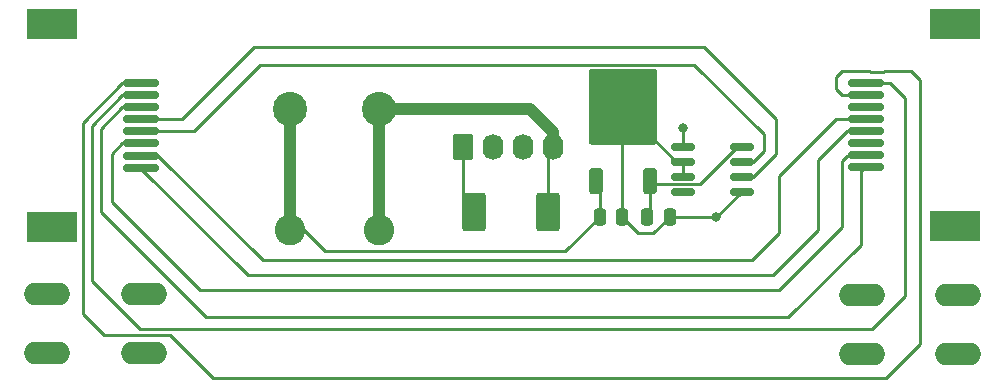
<source format=gtl>
G04 #@! TF.GenerationSoftware,KiCad,Pcbnew,7.0.9*
G04 #@! TF.CreationDate,2024-08-07T11:51:21-05:00*
G04 #@! TF.ProjectId,led_segment,6c65645f-7365-4676-9d65-6e742e6b6963,rev?*
G04 #@! TF.SameCoordinates,Original*
G04 #@! TF.FileFunction,Copper,L1,Top*
G04 #@! TF.FilePolarity,Positive*
%FSLAX46Y46*%
G04 Gerber Fmt 4.6, Leading zero omitted, Abs format (unit mm)*
G04 Created by KiCad (PCBNEW 7.0.9) date 2024-08-07 11:51:21*
%MOMM*%
%LPD*%
G01*
G04 APERTURE LIST*
G04 Aperture macros list*
%AMRoundRect*
0 Rectangle with rounded corners*
0 $1 Rounding radius*
0 $2 $3 $4 $5 $6 $7 $8 $9 X,Y pos of 4 corners*
0 Add a 4 corners polygon primitive as box body*
4,1,4,$2,$3,$4,$5,$6,$7,$8,$9,$2,$3,0*
0 Add four circle primitives for the rounded corners*
1,1,$1+$1,$2,$3*
1,1,$1+$1,$4,$5*
1,1,$1+$1,$6,$7*
1,1,$1+$1,$8,$9*
0 Add four rect primitives between the rounded corners*
20,1,$1+$1,$2,$3,$4,$5,0*
20,1,$1+$1,$4,$5,$6,$7,0*
20,1,$1+$1,$6,$7,$8,$9,0*
20,1,$1+$1,$8,$9,$2,$3,0*%
G04 Aperture macros list end*
G04 #@! TA.AperFunction,ComponentPad*
%ADD10R,4.300000X2.550000*%
G04 #@! TD*
G04 #@! TA.AperFunction,SMDPad,CuDef*
%ADD11RoundRect,0.176750X1.323250X-0.176750X1.323250X0.176750X-1.323250X0.176750X-1.323250X-0.176750X0*%
G04 #@! TD*
G04 #@! TA.AperFunction,SMDPad,CuDef*
%ADD12RoundRect,0.176750X-1.323250X0.176750X-1.323250X-0.176750X1.323250X-0.176750X1.323250X0.176750X0*%
G04 #@! TD*
G04 #@! TA.AperFunction,ComponentPad*
%ADD13C,2.600000*%
G04 #@! TD*
G04 #@! TA.AperFunction,ComponentPad*
%ADD14C,2.900000*%
G04 #@! TD*
G04 #@! TA.AperFunction,ComponentPad*
%ADD15O,3.860800X1.930400*%
G04 #@! TD*
G04 #@! TA.AperFunction,SMDPad,CuDef*
%ADD16RoundRect,0.250000X-0.250000X-0.475000X0.250000X-0.475000X0.250000X0.475000X-0.250000X0.475000X0*%
G04 #@! TD*
G04 #@! TA.AperFunction,SMDPad,CuDef*
%ADD17RoundRect,0.150000X-0.825000X-0.150000X0.825000X-0.150000X0.825000X0.150000X-0.825000X0.150000X0*%
G04 #@! TD*
G04 #@! TA.AperFunction,SMDPad,CuDef*
%ADD18RoundRect,0.250000X0.750000X1.400000X-0.750000X1.400000X-0.750000X-1.400000X0.750000X-1.400000X0*%
G04 #@! TD*
G04 #@! TA.AperFunction,SMDPad,CuDef*
%ADD19RoundRect,0.250000X0.350000X-0.850000X0.350000X0.850000X-0.350000X0.850000X-0.350000X-0.850000X0*%
G04 #@! TD*
G04 #@! TA.AperFunction,SMDPad,CuDef*
%ADD20RoundRect,0.250000X1.125000X-1.275000X1.125000X1.275000X-1.125000X1.275000X-1.125000X-1.275000X0*%
G04 #@! TD*
G04 #@! TA.AperFunction,SMDPad,CuDef*
%ADD21RoundRect,0.249997X2.650003X-2.950003X2.650003X2.950003X-2.650003X2.950003X-2.650003X-2.950003X0*%
G04 #@! TD*
G04 #@! TA.AperFunction,ComponentPad*
%ADD22RoundRect,0.250000X-0.620000X-0.845000X0.620000X-0.845000X0.620000X0.845000X-0.620000X0.845000X0*%
G04 #@! TD*
G04 #@! TA.AperFunction,ComponentPad*
%ADD23O,1.740000X2.190000*%
G04 #@! TD*
G04 #@! TA.AperFunction,ViaPad*
%ADD24C,0.800000*%
G04 #@! TD*
G04 #@! TA.AperFunction,Conductor*
%ADD25C,1.000000*%
G04 #@! TD*
G04 #@! TA.AperFunction,Conductor*
%ADD26C,0.250000*%
G04 #@! TD*
G04 APERTURE END LIST*
D10*
X224790000Y-138532000D03*
X224790000Y-121412000D03*
D11*
X217244000Y-133542000D03*
X217270000Y-132522000D03*
X217244000Y-131502000D03*
X217244000Y-130482000D03*
X217244000Y-129462000D03*
X217244000Y-128442000D03*
X217244000Y-127422000D03*
X217244000Y-126402000D03*
D10*
X148336000Y-121426000D03*
X148336000Y-138546000D03*
D12*
X155882000Y-126416000D03*
X155856000Y-127436000D03*
X155882000Y-128456000D03*
X155882000Y-129476000D03*
X155882000Y-130496000D03*
X155882000Y-131516000D03*
X155882000Y-132536000D03*
X155882000Y-133556000D03*
D13*
X176024000Y-138881000D03*
D14*
X176024000Y-128581000D03*
D13*
X168524000Y-138881000D03*
D14*
X168524000Y-128581000D03*
D15*
X156090000Y-149276000D03*
X147890000Y-149276000D03*
X156090000Y-144276000D03*
X147890000Y-144276000D03*
D16*
X194698000Y-137742000D03*
X196598000Y-137742000D03*
D17*
X201797000Y-131773000D03*
X201797000Y-133043000D03*
X201797000Y-134313000D03*
X201797000Y-135583000D03*
X206747000Y-135583000D03*
X206747000Y-134313000D03*
X206747000Y-133043000D03*
X206747000Y-131773000D03*
D16*
X198750000Y-137742000D03*
X200650000Y-137742000D03*
D18*
X190298000Y-137352000D03*
X184098000Y-137352000D03*
D15*
X216882000Y-144349984D03*
X225082000Y-144349984D03*
X216882000Y-149349984D03*
X225082000Y-149349984D03*
D19*
X194378000Y-134694000D03*
D20*
X195133000Y-130069000D03*
X198183000Y-130069000D03*
D21*
X196658000Y-128394000D03*
D20*
X195133000Y-126719000D03*
X198183000Y-126719000D03*
D19*
X198938000Y-134694000D03*
D22*
X183134000Y-131776500D03*
D23*
X185674000Y-131776500D03*
X188214000Y-131776500D03*
X190754000Y-131776500D03*
D24*
X204526000Y-137742000D03*
X201738000Y-130240000D03*
D25*
X188779000Y-128581000D02*
X190754000Y-130556000D01*
X190754000Y-130556000D02*
X190754000Y-131776500D01*
X176024000Y-128581000D02*
X188779000Y-128581000D01*
D26*
X215190000Y-127436000D02*
X217122000Y-127436000D01*
X214692000Y-125922000D02*
X214692000Y-126938000D01*
X217576456Y-125414000D02*
X215200000Y-125414000D01*
X217598456Y-125436000D02*
X217576456Y-125414000D01*
X218737544Y-125436000D02*
X217598456Y-125436000D01*
X218759544Y-125414000D02*
X218737544Y-125436000D01*
X221042000Y-125414000D02*
X218759544Y-125414000D01*
X221804000Y-126176000D02*
X221042000Y-125414000D01*
X221804000Y-148528000D02*
X221804000Y-126176000D01*
X218940000Y-151392000D02*
X221804000Y-148528000D01*
X152716000Y-147766000D02*
X158304000Y-147766000D01*
X150938000Y-145988000D02*
X152716000Y-147766000D01*
X215200000Y-125414000D02*
X214692000Y-125922000D01*
X158304000Y-147766000D02*
X161930000Y-151392000D01*
X154294000Y-126416000D02*
X150938000Y-129772000D01*
X155794000Y-126416000D02*
X154294000Y-126416000D01*
X150938000Y-129772000D02*
X150938000Y-145988000D01*
X214692000Y-126938000D02*
X215190000Y-127436000D01*
X161930000Y-151392000D02*
X218940000Y-151392000D01*
X219250000Y-126416000D02*
X217122000Y-126416000D01*
X220534000Y-127700000D02*
X219250000Y-126416000D01*
X217740000Y-147258000D02*
X220534000Y-144464000D01*
X155764000Y-147258000D02*
X217740000Y-147258000D01*
X151700000Y-130004000D02*
X151700000Y-143194000D01*
X151700000Y-143194000D02*
X155764000Y-147258000D01*
X154268000Y-127436000D02*
X151700000Y-130004000D01*
X220534000Y-144464000D02*
X220534000Y-127700000D01*
X155768000Y-127436000D02*
X154268000Y-127436000D01*
X161352000Y-146242000D02*
X210628000Y-146242000D01*
X155794000Y-128456000D02*
X154294000Y-128456000D01*
X216793000Y-133885000D02*
X217122000Y-133556000D01*
X152462000Y-130288000D02*
X152462000Y-137352000D01*
X216793000Y-140077000D02*
X216793000Y-133885000D01*
X152462000Y-137352000D02*
X161352000Y-146242000D01*
X154294000Y-128456000D02*
X152462000Y-130288000D01*
X210628000Y-146242000D02*
X216793000Y-140077000D01*
X215648000Y-132536000D02*
X217148000Y-132536000D01*
X215200000Y-132984000D02*
X215648000Y-132536000D01*
X155794000Y-131516000D02*
X154294000Y-131516000D01*
X160844000Y-143956000D02*
X209866000Y-143956000D01*
X153373000Y-132437000D02*
X153373000Y-136485000D01*
X215200000Y-138622000D02*
X215200000Y-132984000D01*
X153373000Y-136485000D02*
X160844000Y-143956000D01*
X209866000Y-143956000D02*
X215200000Y-138622000D01*
X154294000Y-131516000D02*
X153373000Y-132437000D01*
X207580000Y-141416000D02*
X209866000Y-139130000D01*
X155794000Y-132536000D02*
X157298000Y-132536000D01*
X166178000Y-141416000D02*
X207580000Y-141416000D01*
X209866000Y-139130000D02*
X209866000Y-134304000D01*
X214694000Y-129476000D02*
X217122000Y-129476000D01*
X209866000Y-134304000D02*
X214694000Y-129476000D01*
X157298000Y-132536000D02*
X166178000Y-141416000D01*
X213168000Y-138876000D02*
X213168000Y-132950000D01*
X155794000Y-133556000D02*
X164924000Y-142686000D01*
X215622000Y-130496000D02*
X217122000Y-130496000D01*
X213168000Y-132950000D02*
X215622000Y-130496000D01*
X209358000Y-142686000D02*
X213168000Y-138876000D01*
X164924000Y-142686000D02*
X209358000Y-142686000D01*
X200650000Y-137742000D02*
X199262000Y-139130000D01*
X200650000Y-137742000D02*
X204526000Y-137742000D01*
X197986000Y-139130000D02*
X196598000Y-137742000D01*
X196598000Y-137742000D02*
X196598000Y-131534000D01*
X204588000Y-137742000D02*
X206747000Y-135583000D01*
X201157000Y-133043000D02*
X201797000Y-133043000D01*
X183134000Y-131776500D02*
X183134000Y-136388000D01*
X196598000Y-131534000D02*
X195133000Y-130069000D01*
X183134000Y-136388000D02*
X184098000Y-137352000D01*
X199262000Y-139130000D02*
X197986000Y-139130000D01*
X204526000Y-137742000D02*
X204588000Y-137742000D01*
X201797000Y-133043000D02*
X201797000Y-134313000D01*
X198183000Y-130069000D02*
X201157000Y-133043000D01*
X201797000Y-130299000D02*
X201738000Y-130240000D01*
X201797000Y-131773000D02*
X201797000Y-130299000D01*
X190298000Y-137352000D02*
X190298000Y-132232500D01*
X190298000Y-132232500D02*
X190754000Y-131776500D01*
D25*
X176024000Y-128581000D02*
X176024000Y-138881000D01*
D26*
X198938000Y-137554000D02*
X198750000Y-137742000D01*
X203181092Y-134958000D02*
X206366092Y-131773000D01*
X198938000Y-134694000D02*
X198938000Y-137554000D01*
X206366092Y-131773000D02*
X206747000Y-131773000D01*
X198938000Y-134694000D02*
X199202000Y-134958000D01*
X199202000Y-134958000D02*
X203181092Y-134958000D01*
X171440000Y-140654000D02*
X169478000Y-138692000D01*
X194698000Y-137742000D02*
X191786000Y-140654000D01*
X194698000Y-137742000D02*
X194698000Y-135014000D01*
X194698000Y-135014000D02*
X194378000Y-134694000D01*
X191786000Y-140654000D02*
X171440000Y-140654000D01*
D25*
X168524000Y-128581000D02*
X168524000Y-138881000D01*
D26*
X206747000Y-134313000D02*
X207721999Y-134313000D01*
X209612000Y-129478000D02*
X203516000Y-123382000D01*
X165415072Y-123382000D02*
X159321072Y-129476000D01*
X203516000Y-123382000D02*
X165415072Y-123382000D01*
X159321072Y-129476000D02*
X155794000Y-129476000D01*
X209612000Y-132422999D02*
X209612000Y-129478000D01*
X207721999Y-134313000D02*
X209612000Y-132422999D01*
X208596000Y-132168999D02*
X208596000Y-130748000D01*
X208596000Y-130748000D02*
X202717000Y-124869000D01*
X207721999Y-133043000D02*
X208596000Y-132168999D01*
X202717000Y-124869000D02*
X165961000Y-124869000D01*
X206747000Y-133043000D02*
X207721999Y-133043000D01*
X160334000Y-130496000D02*
X155794000Y-130496000D01*
X165961000Y-124869000D02*
X160334000Y-130496000D01*
M02*

</source>
